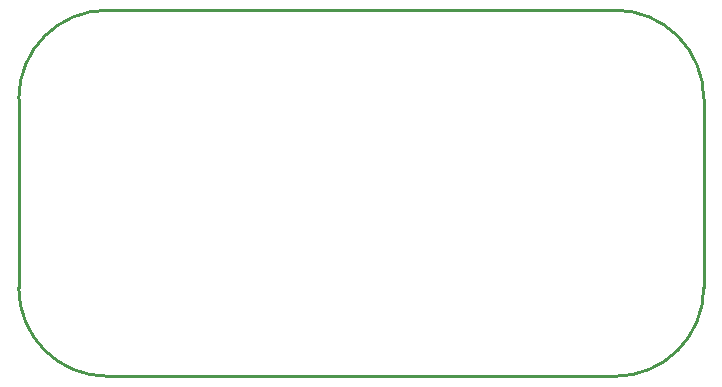
<source format=gko>
G04 Layer: BoardOutlineLayer*
G04 EasyEDA v6.5.29, 2023-07-20 15:37:45*
G04 17ac077c781348d4b2828c41e336cf63,4bfb672c99b74c95bcb02992393faf10,10*
G04 Gerber Generator version 0.2*
G04 Scale: 100 percent, Rotated: No, Reflected: No *
G04 Dimensions in millimeters *
G04 leading zeros omitted , absolute positions ,4 integer and 5 decimal *
%FSLAX45Y45*%
%MOMM*%

%ADD10C,0.2540*%
D10*
X8074982Y6599986D02*
G01*
X3774993Y6599986D01*
X3774993Y9699980D02*
G01*
X8074982Y9699980D01*
X3024995Y7349985D02*
G01*
X3024995Y8949982D01*
X8824983Y8949982D02*
G01*
X8824983Y7349985D01*
G75*
G01*
X8074983Y9699981D02*
G02*
X8824984Y8949982I2J-749999D01*
G75*
G01*
X8824984Y7349985D02*
G02*
X8074983Y6599987I-749999J0D01*
G75*
G01*
X3024995Y8949982D02*
G02*
X3774994Y9699981I749999J0D01*
G75*
G01*
X3774994Y6599987D02*
G02*
X3024995Y7349985I0J749998D01*

%LPD*%
M02*

</source>
